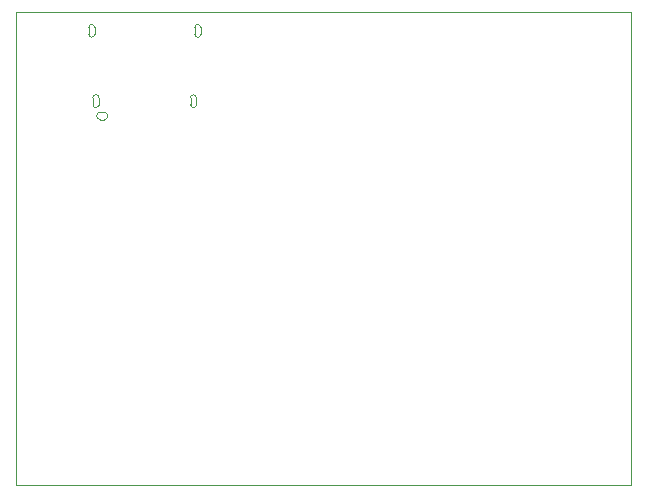
<source format=gbr>
%TF.GenerationSoftware,KiCad,Pcbnew,(5.1.10)-1*%
%TF.CreationDate,2021-07-17T22:11:59-07:00*%
%TF.ProjectId,twokey,74776f6b-6579-42e6-9b69-6361645f7063,rev?*%
%TF.SameCoordinates,Original*%
%TF.FileFunction,Profile,NP*%
%FSLAX46Y46*%
G04 Gerber Fmt 4.6, Leading zero omitted, Abs format (unit mm)*
G04 Created by KiCad (PCBNEW (5.1.10)-1) date 2021-07-17 22:11:59*
%MOMM*%
%LPD*%
G01*
G04 APERTURE LIST*
%TA.AperFunction,Profile*%
%ADD10C,0.050000*%
%TD*%
%TA.AperFunction,Profile*%
%ADD11C,0.100000*%
%TD*%
G04 APERTURE END LIST*
D10*
X167640000Y-87630000D02*
X115570000Y-87630000D01*
X167640000Y-88900000D02*
X167640000Y-87630000D01*
X167640000Y-127635000D02*
X167640000Y-88900000D01*
X115570000Y-127635000D02*
X167640000Y-127635000D01*
X115570000Y-87630000D02*
X115570000Y-127635000D01*
D11*
%TO.C,J1*%
X123042000Y-96718000D02*
X122742000Y-96718000D01*
X122742000Y-96068000D02*
X123042000Y-96068000D01*
X122252000Y-88893000D02*
X122252000Y-89493000D01*
X121752000Y-89493000D02*
X121752000Y-88893000D01*
X131232000Y-88893000D02*
X131232000Y-89493000D01*
X130732000Y-89493000D02*
X130732000Y-88893000D01*
X122612000Y-94843000D02*
X122612000Y-95443000D01*
X122112000Y-95443000D02*
X122112000Y-94843000D01*
X130872000Y-94843000D02*
X130872000Y-95443000D01*
X130372000Y-95443000D02*
X130372000Y-94843000D01*
X130872000Y-95443000D02*
G75*
G02*
X130622000Y-95693000I-250000J0D01*
G01*
X130622000Y-95693000D02*
G75*
G02*
X130372000Y-95443000I0J250000D01*
G01*
X130372000Y-94843000D02*
G75*
G02*
X130622000Y-94593000I250000J0D01*
G01*
X130622000Y-94593000D02*
G75*
G02*
X130872000Y-94843000I0J-250000D01*
G01*
X122612000Y-95443000D02*
G75*
G02*
X122362000Y-95693000I-250000J0D01*
G01*
X122362000Y-95693000D02*
G75*
G02*
X122112000Y-95443000I0J250000D01*
G01*
X122112000Y-94843000D02*
G75*
G02*
X122362000Y-94593000I250000J0D01*
G01*
X122362000Y-94593000D02*
G75*
G02*
X122612000Y-94843000I0J-250000D01*
G01*
X131232000Y-89493000D02*
G75*
G02*
X130982000Y-89743000I-250000J0D01*
G01*
X130982000Y-89743000D02*
G75*
G02*
X130732000Y-89493000I0J250000D01*
G01*
X130732000Y-88893000D02*
G75*
G02*
X130982000Y-88643000I250000J0D01*
G01*
X130982000Y-88643000D02*
G75*
G02*
X131232000Y-88893000I0J-250000D01*
G01*
X122252000Y-89493000D02*
G75*
G02*
X122002000Y-89743000I-250000J0D01*
G01*
X122002000Y-89743000D02*
G75*
G02*
X121752000Y-89493000I0J250000D01*
G01*
X121752000Y-88893000D02*
G75*
G02*
X122002000Y-88643000I250000J0D01*
G01*
X122002000Y-88643000D02*
G75*
G02*
X122252000Y-88893000I0J-250000D01*
G01*
X122742000Y-96718000D02*
G75*
G02*
X122742000Y-96068000I0J325000D01*
G01*
X123042000Y-96068000D02*
G75*
G02*
X123042000Y-96718000I0J-325000D01*
G01*
%TD*%
M02*

</source>
